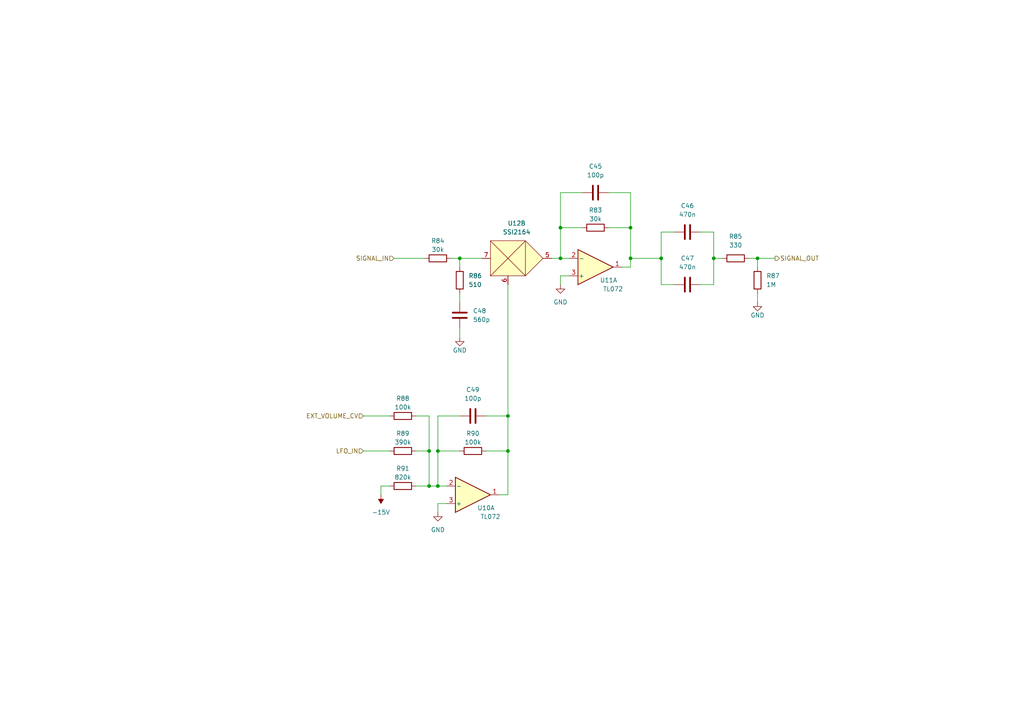
<source format=kicad_sch>
(kicad_sch (version 20211123) (generator eeschema)
  (paper "A4")
  (title_block (title "Wiggly EQ") (date "2022-05-29") (rev "0") (comment 2 "creativecommons.org/licenses/by/4.0") (comment 3 "License: CC by 4.0") (comment 4 "Author: Jordan Aceto"))
  (lib_symbols
    (symbol "Amplifier_Operational:TL072" (pin_names (offset 0.127))
      (property "Reference" "U" (at 0 5.08 0))
      (property "Value" "TL072" (at 0 -5.08 0))
      (symbol "TL072_1_1"
        (polyline (pts (xy -5.08 5.08) (xy 5.08 0) (xy -5.08 -5.08) (xy -5.08 5.08)) (stroke (width 0.254)) (fill (type background)))
        (pin output line (at 7.62 0 180) (length 2.54) (name "~") (number "1"))
        (pin input line (at -7.62 -2.54 0) (length 2.54) (name "-") (number "2"))
        (pin input line (at -7.62 2.54 0) (length 2.54) (name "+") (number "3"))
      )
      (symbol "TL072_2_1"
        (polyline (pts (xy -5.08 5.08) (xy 5.08 0) (xy -5.08 -5.08) (xy -5.08 5.08)) (stroke (width 0.254)) (fill (type background)))
        (pin input line (at -7.62 2.54 0) (length 2.54) (name "+") (number "5"))
        (pin input line (at -7.62 -2.54 0) (length 2.54) (name "-") (number "6"))
        (pin output line (at 7.62 0 180) (length 2.54) (name "~") (number "7"))
      )
      (symbol "TL072_3_1"
        (pin power_in line (at -2.54 -7.62 90) (length 3.81) (name "V-") (number "4"))
        (pin power_in line (at -2.54 7.62 270) (length 3.81) (name "V+") (number "8"))
      )
    )
    (symbol "Device:C" (pin_numbers hide) (pin_names (offset 0.254))
      (property "Reference" "C" (at 0.635 2.54 0))
      (property "Value" "C" (at 0.635 -2.54 0))
      (symbol "C_0_1"
        (polyline (pts (xy -2.032 -0.762) (xy 2.032 -0.762)) (stroke (width 0.508)))
        (polyline (pts (xy -2.032 0.762) (xy 2.032 0.762)) (stroke (width 0.508)))
      )
      (symbol "C_1_1"
        (pin passive line (at 0 3.81 270) (length 2.794) (name "~") (number "1"))
        (pin passive line (at 0 -3.81 90) (length 2.794) (name "~") (number "2"))
      )
    )
    (symbol "Device:R" (pin_numbers hide) (pin_names (offset 0))
      (property "Reference" "R" (at 2.032 0 90))
      (property "Value" "R" (at 0 0 90))
      (symbol "R_0_1"
        (rectangle (start -1.016 -2.54) (end 1.016 2.54) (stroke (width 0.254)))
      )
      (symbol "R_1_1"
        (pin passive line (at 0 3.81 270) (length 1.27) (name "~") (number "1"))
        (pin passive line (at 0 -3.81 90) (length 1.27) (name "~") (number "2"))
      )
    )
    (symbol "custom_components:SSI2164" (pin_names (offset 1.016))
      (property "Reference" "U6" (at 0 10.16 0))
      (property "Value" "SSI2164" (at 0 7.62 0))
      (symbol "SSI2164_1_1"
        (rectangle (start -5.08 5.08) (end 5.08 -5.08) (fill (type background)))
        (polyline (pts (xy 5.08 5.08) (xy -5.08 -5.08)))
        (polyline (pts (xy 5.08 5.08) (xy 10.16 0) (xy 5.08 -5.08) (xy -5.08 5.08)) (fill (type background)))
        (pin input line (at -7.62 0 0) (length 2.54) (name "~") (number "2"))
        (pin input line (at 0 -7.62 90) (length 2.54) (name "~") (number "3"))
        (pin output line (at 12.7 0 180) (length 2.54) (name "~") (number "4"))
      )
      (symbol "SSI2164_2_1"
        (rectangle (start -5.08 5.08) (end 5.08 -5.08) (fill (type background)))
        (polyline (pts (xy 5.08 5.08) (xy -5.08 -5.08)))
        (polyline (pts (xy 5.08 5.08) (xy 10.16 0) (xy 5.08 -5.08) (xy -5.08 5.08)) (fill (type background)))
        (pin output line (at 12.7 0 180) (length 2.54) (name "~") (number "5"))
        (pin input line (at 0 -7.62 90) (length 2.54) (name "~") (number "6"))
        (pin input line (at -7.62 0 0) (length 2.54) (name "~") (number "7"))
      )
      (symbol "SSI2164_3_1"
        (rectangle (start -5.08 5.08) (end 5.08 -5.08) (fill (type background)))
        (polyline (pts (xy 5.08 5.08) (xy -5.08 -5.08)))
        (polyline (pts (xy 5.08 5.08) (xy 10.16 0) (xy 5.08 -5.08) (xy -5.08 5.08)) (fill (type background)))
        (pin input line (at -7.62 0 0) (length 2.54) (name "~") (number "10"))
        (pin input line (at 0 -7.62 90) (length 2.54) (name "~") (number "11"))
        (pin output line (at 12.7 0 180) (length 2.54) (name "~") (number "12"))
      )
      (symbol "SSI2164_4_1"
        (rectangle (start -5.08 5.08) (end 5.08 -5.08) (fill (type background)))
        (polyline (pts (xy 5.08 5.08) (xy -5.08 -5.08)))
        (polyline (pts (xy 5.08 5.08) (xy 10.16 0) (xy 5.08 -5.08) (xy -5.08 5.08)) (fill (type background)))
        (pin output line (at 12.7 0 180) (length 2.54) (name "~") (number "13"))
        (pin input line (at 0 -7.62 90) (length 2.54) (name "~") (number "14"))
        (pin input line (at -7.62 0 0) (length 2.54) (name "~") (number "15"))
      )
      (symbol "SSI2164_5_1"
        (pin input line (at 2.54 -10.16 180) (length 2.54) (name "mode") (number "1"))
        (pin power_in line (at 2.54 5.08 180) (length 2.54) (name "V+") (number "16"))
        (pin power_in line (at 2.54 0 180) (length 2.54) (name "gnd") (number "8"))
        (pin power_in line (at 2.54 -5.08 180) (length 2.54) (name "V-") (number "9"))
      )
    )
    (symbol "power:-15V" (power) (pin_names (offset 0))
      (property "Value" "-15V" (at 0 3.81 0))
      (symbol "-15V_0_0"
        (pin power_in line (at 0 0 90) (length 0) hide (name "-15V") (number "1"))
      )
      (symbol "-15V_0_1"
        (polyline (pts (xy 0 0) (xy 0 1.27) (xy 0.762 1.27) (xy 0 2.54) (xy -0.762 1.27) (xy 0 1.27)) (fill (type outline)))
      )
    )
    (symbol "power:GND" (power) (pin_names (offset 0))
      (property "Value" "GND" (at 0 -3.81 0))
      (symbol "GND_0_1"
        (polyline (pts (xy 0 0) (xy 0 -1.27) (xy 1.27 -1.27) (xy 0 -2.54) (xy -1.27 -1.27) (xy 0 -1.27)))
      )
      (symbol "GND_1_1"
        (pin power_in line (at 0 0 270) (length 0) hide (name "GND") (number "1"))
      )
    )
  )
  (junction (at 182.88 74.93))
  (junction (at 207.01 74.93))
  (junction (at 127 140.97))
  (junction (at 124.46 140.97))
  (junction (at 127 130.81))
  (junction (at 162.56 74.93))
  (junction (at 162.56 66.04))
  (junction (at 147.32 130.81))
  (junction (at 191.77 74.93))
  (junction (at 182.88 66.04))
  (junction (at 124.46 130.81))
  (junction (at 133.35 74.93))
  (junction (at 147.32 120.65))
  (junction (at 219.71 74.93))
  (wire (pts (xy 144.78 143.51) (xy 147.32 143.51)))
  (wire (pts (xy 127 130.81) (xy 133.35 130.81)))
  (wire (pts (xy 182.88 55.88) (xy 182.88 66.04)))
  (wire (pts (xy 120.65 130.81) (xy 124.46 130.81)))
  (wire (pts (xy 133.35 74.93) (xy 130.81 74.93)))
  (wire (pts (xy 195.58 67.31) (xy 191.77 67.31)))
  (wire (pts (xy 191.77 67.31) (xy 191.77 74.93)))
  (wire (pts (xy 191.77 74.93) (xy 191.77 82.55)))
  (wire (pts (xy 110.49 143.51) (xy 110.49 140.97)))
  (wire (pts (xy 105.41 120.65) (xy 113.03 120.65)))
  (wire (pts (xy 124.46 130.81) (xy 124.46 140.97)))
  (wire (pts (xy 114.3 74.93) (xy 123.19 74.93)))
  (wire (pts (xy 129.54 140.97) (xy 127 140.97)))
  (wire (pts (xy 219.71 74.93) (xy 217.17 74.93)))
  (wire (pts (xy 147.32 130.81) (xy 147.32 143.51)))
  (wire (pts (xy 203.2 82.55) (xy 207.01 82.55)))
  (wire (pts (xy 162.56 82.55) (xy 162.56 80.01)))
  (wire (pts (xy 140.97 130.81) (xy 147.32 130.81)))
  (wire (pts (xy 140.97 120.65) (xy 147.32 120.65)))
  (wire (pts (xy 127 148.59) (xy 127 146.05)))
  (wire (pts (xy 176.53 55.88) (xy 182.88 55.88)))
  (wire (pts (xy 147.32 82.55) (xy 147.32 120.65)))
  (wire (pts (xy 160.02 74.93) (xy 162.56 74.93)))
  (wire (pts (xy 162.56 66.04) (xy 168.91 66.04)))
  (wire (pts (xy 207.01 67.31) (xy 203.2 67.31)))
  (wire (pts (xy 127 146.05) (xy 129.54 146.05)))
  (wire (pts (xy 147.32 120.65) (xy 147.32 130.81)))
  (wire (pts (xy 120.65 120.65) (xy 124.46 120.65)))
  (wire (pts (xy 162.56 74.93) (xy 162.56 66.04)))
  (wire (pts (xy 182.88 74.93) (xy 191.77 74.93)))
  (wire (pts (xy 176.53 66.04) (xy 182.88 66.04)))
  (wire (pts (xy 209.55 74.93) (xy 207.01 74.93)))
  (wire (pts (xy 127 140.97) (xy 127 130.81)))
  (wire (pts (xy 219.71 85.09) (xy 219.71 87.63)))
  (wire (pts (xy 120.65 140.97) (xy 124.46 140.97)))
  (wire (pts (xy 162.56 80.01) (xy 165.1 80.01)))
  (wire (pts (xy 168.91 55.88) (xy 162.56 55.88)))
  (wire (pts (xy 124.46 120.65) (xy 124.46 130.81)))
  (wire (pts (xy 224.79 74.93) (xy 219.71 74.93)))
  (wire (pts (xy 133.35 95.25) (xy 133.35 97.79)))
  (wire (pts (xy 180.34 77.47) (xy 182.88 77.47)))
  (wire (pts (xy 133.35 120.65) (xy 127 120.65)))
  (wire (pts (xy 182.88 74.93) (xy 182.88 77.47)))
  (wire (pts (xy 219.71 74.93) (xy 219.71 77.47)))
  (wire (pts (xy 207.01 74.93) (xy 207.01 82.55)))
  (wire (pts (xy 105.41 130.81) (xy 113.03 130.81)))
  (wire (pts (xy 133.35 77.47) (xy 133.35 74.93)))
  (wire (pts (xy 133.35 85.09) (xy 133.35 87.63)))
  (wire (pts (xy 191.77 82.55) (xy 195.58 82.55)))
  (wire (pts (xy 110.49 140.97) (xy 113.03 140.97)))
  (wire (pts (xy 127 120.65) (xy 127 130.81)))
  (wire (pts (xy 207.01 74.93) (xy 207.01 67.31)))
  (wire (pts (xy 165.1 74.93) (xy 162.56 74.93)))
  (wire (pts (xy 124.46 140.97) (xy 127 140.97)))
  (wire (pts (xy 133.35 74.93) (xy 139.7 74.93)))
  (wire (pts (xy 182.88 66.04) (xy 182.88 74.93)))
  (wire (pts (xy 162.56 55.88) (xy 162.56 66.04)))
  (hierarchical_label "EXT_VOLUME_CV" (shape input) (at 105.41 120.65 180))
  (hierarchical_label "SIGNAL_OUT" (shape output) (at 224.79 74.93 0))
  (hierarchical_label "LFO_IN" (shape input) (at 105.41 130.81 180))
  (hierarchical_label "SIGNAL_IN" (shape input) (at 114.3 74.93 180))
  (symbol (lib_id "Device:R") (at 172.72 66.04 90) (unit 1)
    (property "Reference" "R83" (at 172.72 60.96 90))
    (property "Value" "30k" (at 172.72 63.5 90))
  )
  (symbol (lib_id "power:GND") (at 162.56 82.55 0) (unit 1)
    (property "Reference" "#PWR081" (effects hide))
    (property "Value" "GND" (at 162.56 87.63 0))
  )
  (symbol (lib_id "Device:C") (at 199.39 67.31 90) (unit 1)
    (property "Reference" "C46" (at 199.39 59.69 90))
    (property "Value" "470n" (at 199.39 62.23 90))
  )
  (symbol (lib_id "Amplifier_Operational:TL072") (at 137.16 143.51 0) (mirror x) (unit 1)
    (property "Reference" "U10" (at 140.97 147.32 0))
    (property "Value" "TL072" (at 142.24 149.86 0))
    (property "Footprint" "Package_DIP:DIP-8_W7.62mm" (effects hide))
    (property "Datasheet" "http://www.ti.com/lit/ds/symlink/tl071.pdf" (effects hide))
  )
  (symbol (lib_id "Device:R") (at 116.84 130.81 90) (unit 1)
    (property "Reference" "R89" (at 116.84 125.73 90))
    (property "Value" "390k" (at 116.84 128.27 90))
  )
  (symbol (lib_id "power:GND") (at 133.35 97.79 0) (unit 1)
    (property "Reference" "#PWR083" (effects hide))
    (property "Value" "GND" (at 133.35 101.6 0))
  )
  (symbol (lib_id "Device:C") (at 172.72 55.88 90) (unit 1)
    (property "Reference" "C45" (at 172.72 48.26 90))
    (property "Value" "100p" (at 172.72 50.8 90))
  )
  (symbol (lib_id "power:GND") (at 219.71 87.63 0) (unit 1)
    (property "Reference" "#PWR082" (effects hide))
    (property "Value" "GND" (at 219.71 91.44 0))
  )
  (symbol (lib_id "Device:R") (at 116.84 140.97 90) (unit 1)
    (property "Reference" "R91" (at 116.84 135.89 90))
    (property "Value" "820k" (at 116.84 138.43 90))
  )
  (symbol (lib_id "Device:C") (at 133.35 91.44 0) (unit 1)
    (property "Reference" "C48" (at 137.16 90.1699 0) (effects (justify left)))
    (property "Value" "560p" (at 137.16 92.7099 0) (effects (justify left)))
  )
  (symbol (lib_id "Device:R") (at 213.36 74.93 90) (unit 1)
    (property "Reference" "R85" (at 213.36 68.58 90))
    (property "Value" "330" (at 213.36 71.12 90))
  )
  (symbol (lib_id "Device:R") (at 116.84 120.65 90) (unit 1)
    (property "Reference" "R88" (at 116.84 115.57 90))
    (property "Value" "100k" (at 116.84 118.11 90))
  )
  (symbol (lib_id "Device:R") (at 133.35 81.28 0) (unit 1)
    (property "Reference" "R86" (at 135.89 80.0099 0) (effects (justify left)))
    (property "Value" "510" (at 135.89 82.5499 0) (effects (justify left)))
  )
  (symbol (lib_id "Device:C") (at 199.39 82.55 90) (unit 1)
    (property "Reference" "C47" (at 199.39 74.93 90))
    (property "Value" "470n" (at 199.39 77.47 90))
  )
  (symbol (lib_id "Device:R") (at 127 74.93 90) (unit 1)
    (property "Reference" "R84" (at 127 69.85 90))
    (property "Value" "30k" (at 127 72.39 90))
  )
  (symbol (lib_id "power:-15V") (at 110.49 143.51 180) (unit 1)
    (property "Reference" "#PWR084" (effects hide))
    (property "Value" "-15V" (at 110.49 148.59 0))
  )
  (symbol (lib_id "Device:C") (at 137.16 120.65 90) (unit 1)
    (property "Reference" "C49" (at 137.16 113.03 90))
    (property "Value" "100p" (at 137.16 115.57 90))
  )
  (symbol (lib_id "Device:R") (at 137.16 130.81 90) (unit 1)
    (property "Reference" "R90" (at 137.16 125.73 90))
    (property "Value" "100k" (at 137.16 128.27 90))
  )
  (symbol (lib_id "Amplifier_Operational:TL072") (at 172.72 77.47 0) (mirror x) (unit 1)
    (property "Reference" "U11" (at 176.53 81.28 0))
    (property "Value" "TL072" (at 177.8 83.82 0))
    (property "Footprint" "Package_DIP:DIP-8_W7.62mm" (effects hide))
    (property "Datasheet" "http://www.ti.com/lit/ds/symlink/tl071.pdf" (effects hide))
  )
  (symbol (lib_id "power:GND") (at 127 148.59 0) (unit 1)
    (property "Reference" "#PWR085" (effects hide))
    (property "Value" "GND" (at 127 153.67 0))
  )
  (symbol (lib_id "Device:R") (at 219.71 81.28 0) (unit 1)
    (property "Reference" "R87" (at 222.25 80.0099 0) (effects (justify left)))
    (property "Value" "1M" (at 222.25 82.5499 0) (effects (justify left)))
  )
  (symbol (lib_id "custom_components:SSI2164") (at 147.32 74.93 0) (unit 2)
    (property "Reference" "U12" (at 149.86 64.77 0))
    (property "Value" "SSI2164" (at 149.86 67.31 0))
    (property "Footprint" "Package_DIP:DIP-16_W7.62mm" (effects hide))
    (property "Datasheet" "https://www.soundsemiconductor.com/downloads/ssi2164datasheet.pdf" (effects hide))
  )
)
</source>
